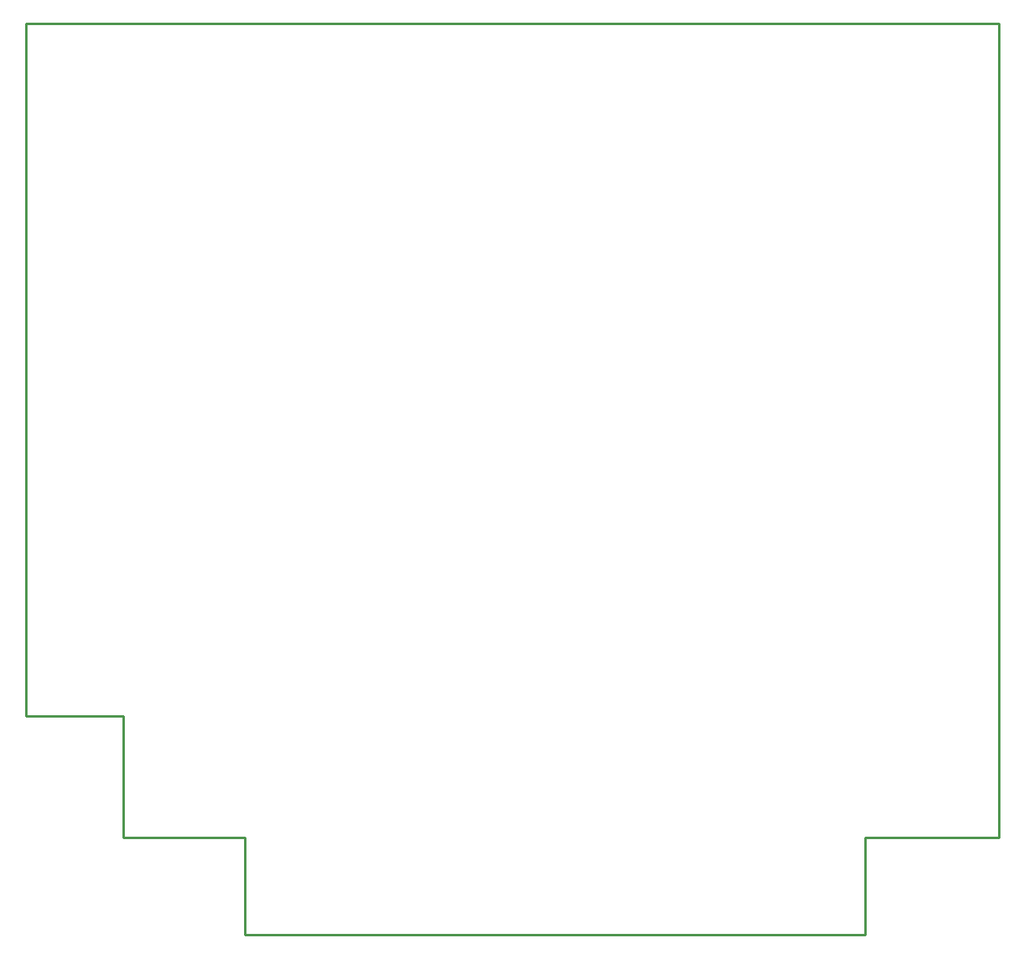
<source format=gm1>
G04 #@! TF.GenerationSoftware,KiCad,Pcbnew,(6.0.9)*
G04 #@! TF.CreationDate,2023-07-02T11:07:52+02:00*
G04 #@! TF.ProjectId,Cartucho_MSX_Tang_Nano_20k_Breakout,43617274-7563-4686-9f5f-4d53585f5461,rev?*
G04 #@! TF.SameCoordinates,Original*
G04 #@! TF.FileFunction,Profile,NP*
%FSLAX46Y46*%
G04 Gerber Fmt 4.6, Leading zero omitted, Abs format (unit mm)*
G04 Created by KiCad (PCBNEW (6.0.9)) date 2023-07-02 11:07:52*
%MOMM*%
%LPD*%
G01*
G04 APERTURE LIST*
G04 #@! TA.AperFunction,Profile*
%ADD10C,0.254000*%
G04 #@! TD*
G04 APERTURE END LIST*
D10*
X56515000Y-120015000D02*
X56515000Y-47625000D01*
X79375000Y-132715000D02*
X66675000Y-132715000D01*
X56515000Y-47625000D02*
X158115000Y-47625000D01*
X158115000Y-132715000D02*
X144145000Y-132715000D01*
X144145000Y-142875000D02*
X79375000Y-142875000D01*
X79375000Y-142875000D02*
X79375000Y-132715000D01*
X66675000Y-120015000D02*
X56515000Y-120015000D01*
X144145000Y-132715000D02*
X144145000Y-142875000D01*
X66675000Y-132715000D02*
X66675000Y-120015000D01*
X158115000Y-47625000D02*
X158115000Y-132715000D01*
M02*

</source>
